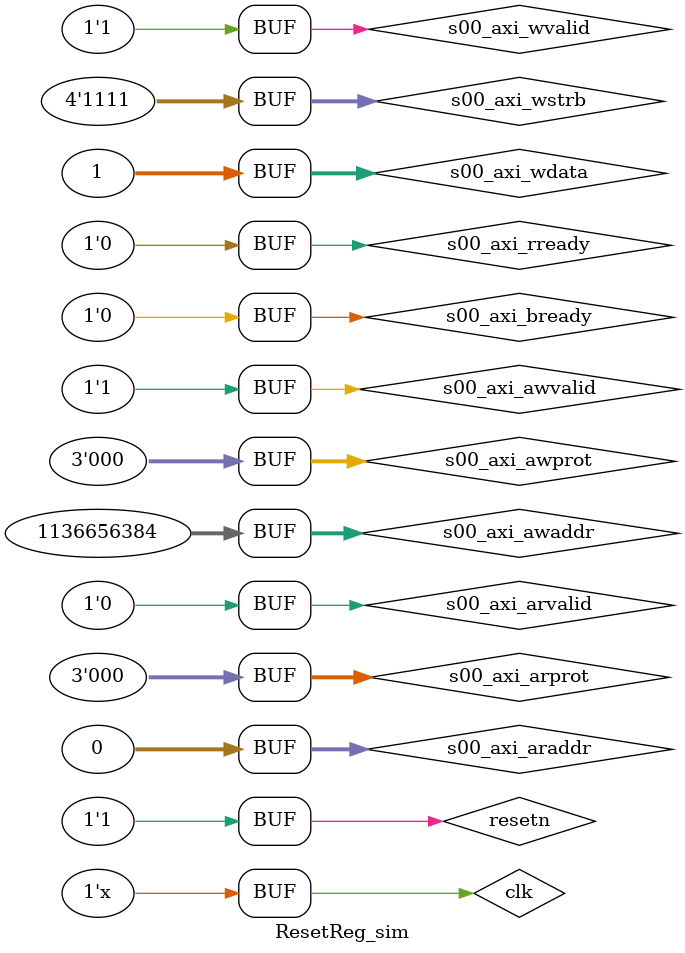
<source format=v>
module ResetReg_sim();

wire RESET_S;
reg  s00_axi_aclk;
reg  s00_axi_aresetn;
reg [31 : 0] s00_axi_awaddr;
reg [2 : 0] s00_axi_awprot;
reg  s00_axi_awvalid;
wire  s00_axi_awready;
reg [31 : 0] s00_axi_wdata;
reg [3 : 0] s00_axi_wstrb;
reg  s00_axi_wvalid;
wire  s00_axi_wready;
wire [1 : 0] s00_axi_bresp;
wire  s00_axi_bvalid;
reg  s00_axi_bready;
reg [31 : 0] s00_axi_araddr;
reg [2 : 0] s00_axi_arprot;
reg  s00_axi_arvalid;
wire  s00_axi_arready;
wire [31 : 0] s00_axi_rdata;
wire [1 : 0] s00_axi_rresp;
wire  s00_axi_rvalid;
reg  s00_axi_rready;

always
begin
    #5  clk = ~clk;
end

initial begin
        clk = 1;
        resetn = 0;
        s00_axi_awaddr = 0;
        s00_axi_awprot = 0;
        s00_axi_awvalid = 0;
        s00_axi_wdata = 0;
        s00_axi_wstrb = 0;
        s00_axi_wvalid = 0;
        s00_axi_bready = 0;
        s00_axi_araddr = 0;
        s00_axi_arprot = 0;
        s00_axi_arvalid = 0;
        s00_axi_rready = 0;
    #10 resetn = 1;
        s00_axi_awaddr = 32'h43C0_0000;
        s00_axi_awprot = 0;
        s00_axi_awvalid = 1;
        s00_axi_wdata = 0;
        s00_axi_wstrb = 4'b1111;
        s00_axi_wvalid = 1;
        s00_axi_bready = 0;
        s00_axi_araddr = 0;
        s00_axi_arprot = 0;
        s00_axi_arvalid = 0;
        s00_axi_rready = 0;
    #80 resetn = 1;
        s00_axi_awaddr = 32'h43C0_0000;
        s00_axi_awprot = 0;
        s00_axi_awvalid = 1;
        s00_axi_wdata = 1;
        s00_axi_wstrb = 4'b1111;
        s00_axi_wvalid = 1;
        s00_axi_bready = 0;
        s00_axi_araddr = 0;
        s00_axi_arprot = 0;
        s00_axi_arvalid = 0;
        s00_axi_rready = 0;
    #80 resetn = 1;
        s00_axi_awaddr = 32'h43C0_0000;
        s00_axi_awprot = 0;
        s00_axi_awvalid = 1;
        s00_axi_wdata = 0;
        s00_axi_wstrb = 4'b1111;
        s00_axi_wvalid = 1;
        s00_axi_bready = 0;
        s00_axi_araddr = 0;
        s00_axi_arprot = 0;
        s00_axi_arvalid = 0;
        s00_axi_rready = 0;
    #80 resetn = 1;
        s00_axi_awaddr = 32'h43C0_0000;
        s00_axi_awprot = 0;
        s00_axi_awvalid = 1;
        s00_axi_wdata = 1;
        s00_axi_wstrb = 4'b1111;
        s00_axi_wvalid = 1;
        s00_axi_bready = 0;
        s00_axi_araddr = 0;
        s00_axi_arprot = 0;
        s00_axi_arvalid = 0;
        s00_axi_rready = 0;

        
end

ResetReg_v1_0 #
	(
		.C_S00_AXI_DATA_WIDTH(32),
		.C_S00_AXI_ADDR_WIDTH(4)
	) ResetReg_v1_0_inst 
	(
		.RESET_S(RESET_S),
		.s00_axi_aclk(s00_axi_aclk),
		.s00_axi_aresetn(s00_axi_aresetn),
		.s00_axi_awaddr(s00_axi_awaddr),
		.s00_axi_awprot(s00_axi_awprot),
		.s00_axi_awvalid(s00_axi_awvalid),
		.s00_axi_awready(s00_axi_awready),
		.s00_axi_wdata(s00_axi_wdata),
		.s00_axi_wstrb(s00_axi_wstrb),
		.s00_axi_wvalid(s00_axi_wvalid),
		.s00_axi_wready(s00_axi_wready),
		.s00_axi_bresp(s00_axi_bresp),
		.s00_axi_bvalid(s00_axi_bvalid),
		.s00_axi_bready(s00_axi_bready),
		.s00_axi_araddr(s00_axi_araddr),
		.s00_axi_arprot(s00_axi_arprot),
		.s00_axi_arvalid(s00_axi_arvalid),
		.s00_axi_arready(s00_axi_arready),
		.s00_axi_rdata(s00_axi_rdata),
		.s00_axi_rresp(s00_axi_rresp),
		.s00_axi_rvalid(s00_axi_rvalid),
		.s00_axi_rready(s00_axi_rready)
	);

endmodule
</source>
